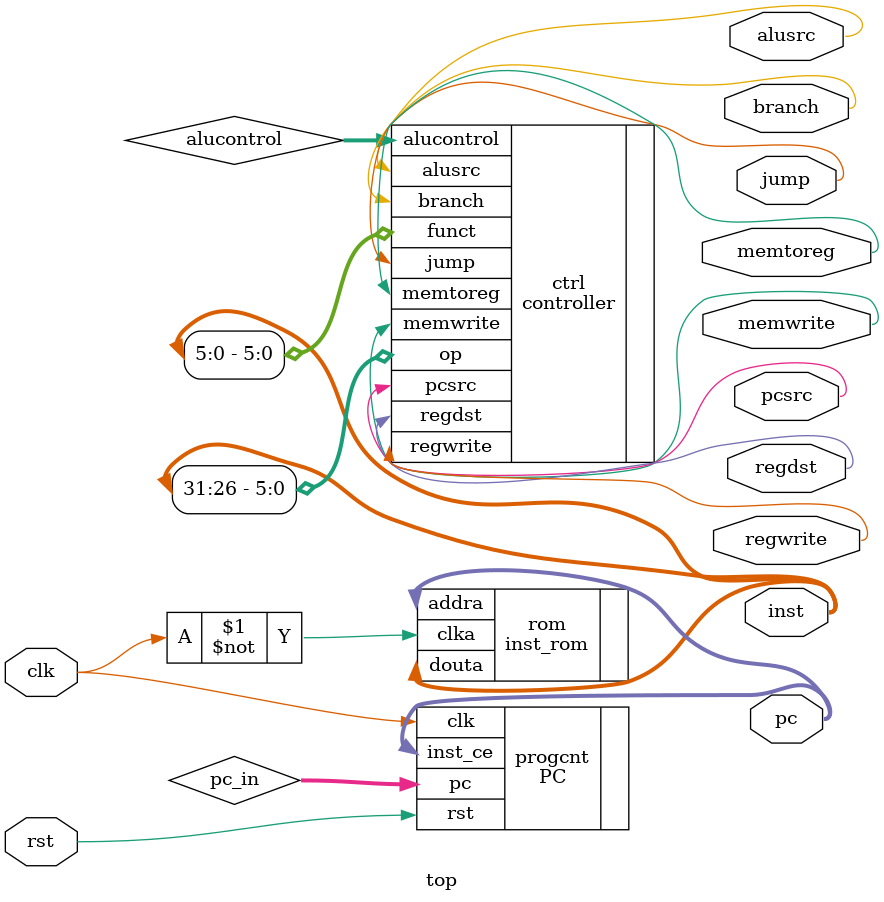
<source format=v>
`timescale 1ns / 1ps


module top(
	input clk, rst,
	output memtoreg, memwrite, pcsrc, alusrc, regdst, regwrite, jump, branch, 
//	output [7:0] ans,
//	output [6:0] seg,
	output [31:0] inst, pc
//	output [2:0] alucontrol
    );
//	wire clk_1hz;
	wire [31:0] pc_in;
	wire [2:0] alucontrol;
//	wire [31:0] pc;
//	wire [31:0] inst;

//	clk_div cd(
//		.clk(clk),
//		.rst(rst),
//		.clk_1hz(clk_1hz)	
//	);

//	display dp(
//		.x(inst),
//		.clk(clk),
//		.reset(rst),
//		.ans(ans),
//		.seg(seg)
//	);


	PC progcnt(
//		.clk(clk_1hz),
		.clk(clk),
		.rst(rst),
		.pc(pc_in),//pc_in
		.inst_ce(pc)//pc_out
	);

	inst_rom rom(
		.addra(pc),
//		.clka(~clk_1hz),
		.clka(~clk),
		.douta(inst)
	);

	controller ctrl(
		.op(inst[31:26]),
		.funct(inst[5:0]),
		.memtoreg(memtoreg), 
		.memwrite(memwrite), 
		.pcsrc(pcsrc), 
		.alusrc(alusrc), 
		.regdst(regdst), 
		.regwrite(regwrite), 
		.jump(jump), 
		.branch(branch),
		.alucontrol(alucontrol)
	);

endmodule

</source>
